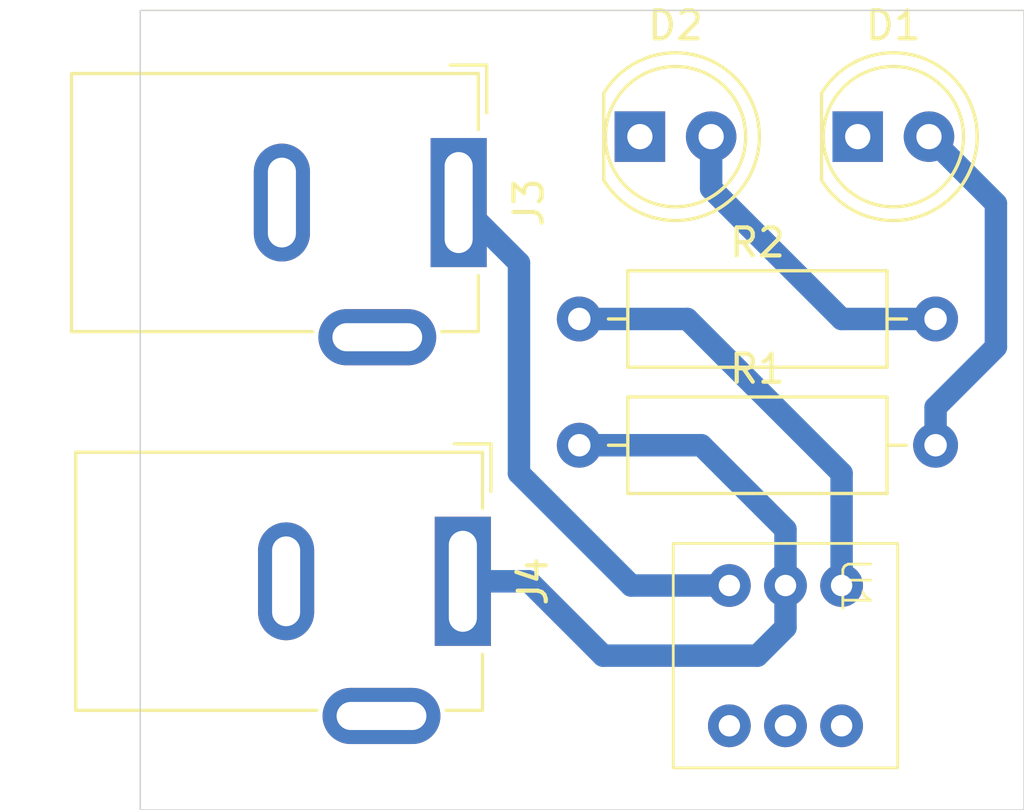
<source format=kicad_pcb>
(kicad_pcb (version 20240108) (generator "pcbnew") (generator_version "8.0")
  (layers (0 "F.Cu" signal) (31 "B.Cu" signal) (34 "B.Paste" user) (35 "F.Paste" user) (36 "B.SilkS" user "B.Silkscreen") (37 "F.SilkS" user "F.Silkscreen") (38 "B.Mask" user) (39 "F.Mask" user) (44 "Edge.Cuts" user))
  (net 0 "")
  (net 1 "Net-(D2-A)")
  (net 5 "GND")
  (net 6 "Net-(D1-A)")
  (net 7 "/6")
  (net 8 "/5")
  (net 9 "/4")
  (footprint "LED_THT:LED_D5.0mm_IRGrey" (layer "F.Cu") (at 98.31 58)
    (property "Reference" "D2" (at 1.27 -3.96 0) (layer "F.SilkS"))
    (property "Value" "R")
    (fp_line (start -1.29 -1.545) (end -1.29 1.545) (stroke (width 0.12)) (layer "F.SilkS"))
    (fp_arc (start -1.29 -1.54483) (mid 2.072002 -2.880433) (end 4.26 0.000462) (stroke (width 0.12)) (layer "F.SilkS"))
    (fp_arc (start 4.26 -0.000462) (mid 2.072002 2.880433) (end -1.29 1.54483) (stroke (width 0.12)) (layer "F.SilkS"))
    (fp_circle (center 1.27 0) (end 3.77 0) (stroke (width 0.12)) (fill none) (layer "F.SilkS"))
    (pad "1" thru_hole rect (at 0 0) (size 1.8 1.8) (drill 0.9) (layers "*.Cu" "*.Mask") (net 5 "GND"))
    (pad "2" thru_hole circle (at 2.54 0) (size 1.8 1.8) (drill 0.9) (layers "*.Cu" "*.Mask") (net 1 "Net-(D2-A)"))
  )
  (footprint "Connector_BarrelJack:BarrelJack_GCT_DCJ200-10-A_Horizontal" (layer "F.Cu") (at 92 73.85 -90)
    (property "Reference" "J4" (at 0 -2.5 90) (layer "F.SilkS"))
    (property "Value" "Barrel_Jack_Switch")
    (fp_line (start -4.6 13.8) (end -4.6 -0.7) (stroke (width 0.12)) (layer "F.SilkS"))
    (fp_line (start 4.6 13.8) (end -4.6 13.8) (stroke (width 0.12)) (layer "F.SilkS"))
    (fp_line (start 4.6 5.2) (end 4.6 13.8) (stroke (width 0.12)) (layer "F.SilkS"))
    (fp_line (start -4.6 -0.7) (end -2.6 -0.7) (stroke (width 0.12)) (layer "F.SilkS"))
    (fp_line (start 2.6 -0.7) (end 4.6 -0.7) (stroke (width 0.12)) (layer "F.SilkS"))
    (fp_line (start 4.6 -0.7) (end 4.6 0.6) (stroke (width 0.12)) (layer "F.SilkS"))
    (fp_line (start -4.9 -1) (end -4.9 0.3) (stroke (width 0.12)) (layer "F.SilkS"))
    (fp_line (start -3.2 -1) (end -4.9 -1) (stroke (width 0.12)) (layer "F.SilkS"))
    (pad "1" thru_hole rect (at 0 0 270) (size 4.6 2) (drill oval 3.6 1) (layers "*.Cu" "*.Mask") (net 8 "/5"))
    (pad "2" thru_hole oval (at 0 6.3 270) (size 4.2 2) (drill oval 3.2 1) (layers "*.Cu" "*.Mask") (net 5 "GND"))
    (pad "3" thru_hole oval (at 4.8 2.9 270) (size 2 4.2) (drill oval 1 3.2) (layers "*.Cu" "*.Mask") (net 5 "GND"))
  )
  (footprint "LED_THT:LED_D5.0mm_IRGrey" (layer "F.Cu") (at 106.075 58)
    (property "Reference" "D1" (at 1.27 -3.96 0) (layer "F.SilkS"))
    (property "Value" "G")
    (fp_line (start -1.29 -1.545) (end -1.29 1.545) (stroke (width 0.12)) (layer "F.SilkS"))
    (fp_arc (start -1.29 -1.54483) (mid 2.072002 -2.880433) (end 4.26 0.000462) (stroke (width 0.12)) (layer "F.SilkS"))
    (fp_arc (start 4.26 -0.000462) (mid 2.072002 2.880433) (end -1.29 1.54483) (stroke (width 0.12)) (layer "F.SilkS"))
    (fp_circle (center 1.27 0) (end 3.77 0) (stroke (width 0.12)) (fill none) (layer "F.SilkS"))
    (pad "1" thru_hole rect (at 0 0) (size 1.8 1.8) (drill 0.9) (layers "*.Cu" "*.Mask") (net 5 "GND"))
    (pad "2" thru_hole circle (at 2.54 0) (size 1.8 1.8) (drill 0.9) (layers "*.Cu" "*.Mask") (net 6 "Net-(D1-A)"))
  )
  (footprint "dpdt_switch:switches_latching" (layer "F.Cu") (at 105.5 74 -90)
    (property "Reference" "U1" (at 0 -0.5 -90) (layer "F.SilkS") (effects (font (thickness 0.1))))
    (property "Value" "~")
    (fp_rect (start -1.5 -2) (end 6.5 6) (stroke (width 0.1)) (fill none) (layer "F.SilkS"))
    (pad "1" thru_hole circle (at 5 0 270) (size 1.524 1.524) (drill 0.762) (layers "*.Cu" "*.Mask"))
    (pad "2" thru_hole circle (at 5 2 270) (size 1.524 1.524) (drill 0.762) (layers "*.Cu" "*.Mask"))
    (pad "3" thru_hole circle (at 5 4 270) (size 1.524 1.524) (drill 0.762) (layers "*.Cu" "*.Mask"))
    (pad "4" thru_hole circle (at 0 0 270) (size 1.524 1.524) (drill 0.762) (layers "*.Cu" "*.Mask") (net 9 "/4"))
    (pad "5" thru_hole circle (at 0 2 270) (size 1.524 1.524) (drill 0.762) (layers "*.Cu" "*.Mask") (net 8 "/5"))
    (pad "6" thru_hole circle (at 0 4 270) (size 1.524 1.524) (drill 0.762) (layers "*.Cu" "*.Mask") (net 7 "/6"))
  )
  (footprint "Connector_BarrelJack:BarrelJack_GCT_DCJ200-10-A_Horizontal" (layer "F.Cu") (at 91.85 60.35 -90)
    (property "Reference" "J3" (at 0 -2.5 90) (layer "F.SilkS"))
    (property "Value" "Barrel_Jack_Switch")
    (fp_line (start -4.6 13.8) (end -4.6 -0.7) (stroke (width 0.12)) (layer "F.SilkS"))
    (fp_line (start 4.6 13.8) (end -4.6 13.8) (stroke (width 0.12)) (layer "F.SilkS"))
    (fp_line (start 4.6 5.2) (end 4.6 13.8) (stroke (width 0.12)) (layer "F.SilkS"))
    (fp_line (start -4.6 -0.7) (end -2.6 -0.7) (stroke (width 0.12)) (layer "F.SilkS"))
    (fp_line (start 2.6 -0.7) (end 4.6 -0.7) (stroke (width 0.12)) (layer "F.SilkS"))
    (fp_line (start 4.6 -0.7) (end 4.6 0.6) (stroke (width 0.12)) (layer "F.SilkS"))
    (fp_line (start -4.9 -1) (end -4.9 0.3) (stroke (width 0.12)) (layer "F.SilkS"))
    (fp_line (start -3.2 -1) (end -4.9 -1) (stroke (width 0.12)) (layer "F.SilkS"))
    (pad "1" thru_hole rect (at 0 0 270) (size 4.6 2) (drill oval 3.6 1) (layers "*.Cu" "*.Mask") (net 7 "/6"))
    (pad "2" thru_hole oval (at 0 6.3 270) (size 4.2 2) (drill oval 3.2 1) (layers "*.Cu" "*.Mask") (net 5 "GND"))
    (pad "3" thru_hole oval (at 4.8 2.9 270) (size 2 4.2) (drill oval 1 3.2) (layers "*.Cu" "*.Mask") (net 5 "GND"))
  )
  (footprint "Resistor_THT:R_Axial_DIN0309_L9.0mm_D3.2mm_P12.70mm_Horizontal" (layer "F.Cu") (at 96.15 69)
    (property "Reference" "R1" (at 6.35 -2.72 360) (layer "F.SilkS"))
    (property "Value" "330")
    (fp_line (start 1.04 0) (end 1.73 0) (stroke (width 0.12)) (layer "F.SilkS"))
    (fp_line (start 1.73 -1.72) (end 1.73 1.72) (stroke (width 0.12)) (layer "F.SilkS"))
    (fp_line (start 1.73 1.72) (end 10.97 1.72) (stroke (width 0.12)) (layer "F.SilkS"))
    (fp_line (start 10.97 -1.72) (end 1.73 -1.72) (stroke (width 0.12)) (layer "F.SilkS"))
    (fp_line (start 10.97 1.72) (end 10.97 -1.72) (stroke (width 0.12)) (layer "F.SilkS"))
    (fp_line (start 11.66 0) (end 10.97 0) (stroke (width 0.12)) (layer "F.SilkS"))
    (pad "1" thru_hole circle (at 0 0) (size 1.6 1.6) (drill 0.8) (layers "*.Cu" "*.Mask") (net 8 "/5"))
    (pad "2" thru_hole oval (at 12.7 0) (size 1.6 1.6) (drill 0.8) (layers "*.Cu" "*.Mask") (net 6 "Net-(D1-A)"))
  )
  (footprint "Resistor_THT:R_Axial_DIN0309_L9.0mm_D3.2mm_P12.70mm_Horizontal" (layer "F.Cu") (at 96.15 64.5)
    (property "Reference" "R2" (at 6.35 -2.72 360) (layer "F.SilkS"))
    (property "Value" "330")
    (fp_line (start 1.04 0) (end 1.73 0) (stroke (width 0.12)) (layer "F.SilkS"))
    (fp_line (start 1.73 -1.72) (end 1.73 1.72) (stroke (width 0.12)) (layer "F.SilkS"))
    (fp_line (start 1.73 1.72) (end 10.97 1.72) (stroke (width 0.12)) (layer "F.SilkS"))
    (fp_line (start 10.97 -1.72) (end 1.73 -1.72) (stroke (width 0.12)) (layer "F.SilkS"))
    (fp_line (start 10.97 1.72) (end 10.97 -1.72) (stroke (width 0.12)) (layer "F.SilkS"))
    (fp_line (start 11.66 0) (end 10.97 0) (stroke (width 0.12)) (layer "F.SilkS"))
    (pad "1" thru_hole circle (at 0 0) (size 1.6 1.6) (drill 0.8) (layers "*.Cu" "*.Mask") (net 9 "/4"))
    (pad "2" thru_hole oval (at 12.7 0) (size 1.6 1.6) (drill 0.8) (layers "*.Cu" "*.Mask") (net 1 "Net-(D2-A)"))
  )
  (gr_rect (start 80.5 53.5) (end 112 82) (stroke (width 0.05)) (fill none) (layer "Edge.Cuts"))
  (segment (start 100.85 58) (end 100.85 59.85) (width 0.8) (layer "B.Cu") (net 1))
  (segment (start 105.5 64.5) (end 108.85 64.5) (width 0.8) (layer "B.Cu") (net 1))
  (segment (start 100.85 59.85) (end 105.5 64.5) (width 0.8) (layer "B.Cu") (net 1))
  (segment (start 111 60.385) (end 108.615 58) (width 0.8) (layer "B.Cu") (net 6))
  (segment (start 108.85 69) (end 108.85 67.65) (width 0.8) (layer "B.Cu") (net 6))
  (segment (start 108.85 67.65) (end 111 65.5) (width 0.8) (layer "B.Cu") (net 6))
  (segment (start 111 65.5) (end 111 60.385) (width 0.8) (layer "B.Cu") (net 6))
  (segment (start 91.85 60.35) (end 94 62.5) (width 0.8) (layer "B.Cu") (net 7))
  (segment (start 94 62.5) (end 94 70) (width 0.8) (layer "B.Cu") (net 7))
  (segment (start 94 70) (end 98 74) (width 0.8) (layer "B.Cu") (net 7))
  (segment (start 98 74) (end 101.5 74) (width 0.8) (layer "B.Cu") (net 7))
  (segment (start 100.5 69) (end 103.5 72) (width 0.8) (layer "B.Cu") (net 8))
  (segment (start 102.5 76.5) (end 103.5 75.5) (width 0.8) (layer "B.Cu") (net 8))
  (segment (start 94.35 73.85) (end 97 76.5) (width 0.8) (layer "B.Cu") (net 8))
  (segment (start 103.5 75.5) (end 103.5 74) (width 0.8) (layer "B.Cu") (net 8))
  (segment (start 97 76.5) (end 102.5 76.5) (width 0.8) (layer "B.Cu") (net 8))
  (segment (start 96.15 69) (end 100.5 69) (width 0.8) (layer "B.Cu") (net 8))
  (segment (start 103.5 72) (end 103.5 74) (width 0.8) (layer "B.Cu") (net 8))
  (segment (start 92 73.85) (end 94.35 73.85) (width 0.8) (layer "B.Cu") (net 8))
  (segment (start 96.15 64.5) (end 100 64.5) (width 0.8) (layer "B.Cu") (net 9))
  (segment (start 105.5 70) (end 105.5 74) (width 0.8) (layer "B.Cu") (net 9))
  (segment (start 100 64.5) (end 105.5 70) (width 0.8) (layer "B.Cu") (net 9))
)
</source>
